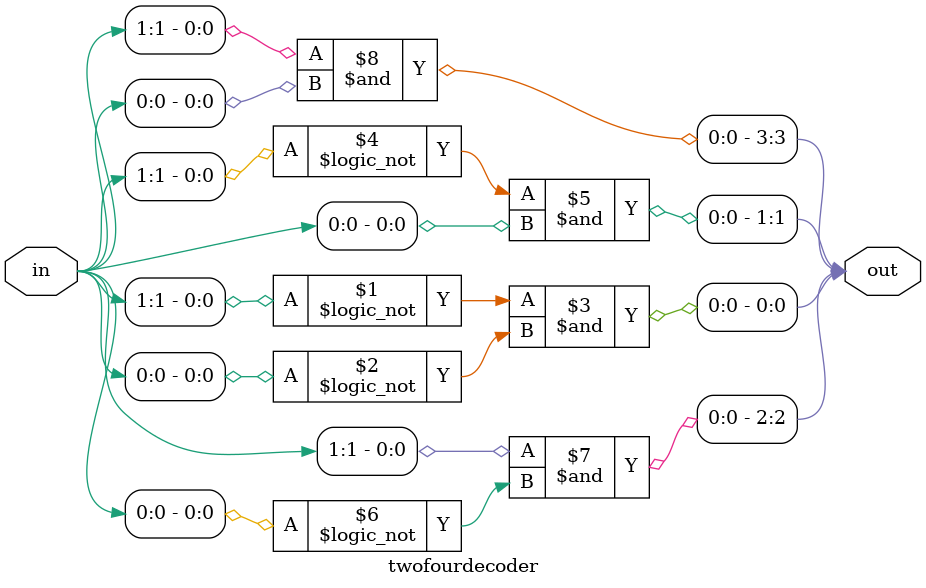
<source format=v>
module twofourdecoder(in,out);
input[1:0] in;
output[3:0] out;
		assign out[0]=(!in[1])&(!in[0]);
		assign out[1]=(!in[1])&(in[0]);
		assign out[2]=(in[1])&(!in[0]);
		assign out[3]=(in[1])&(in[0]);
endmodule

</source>
